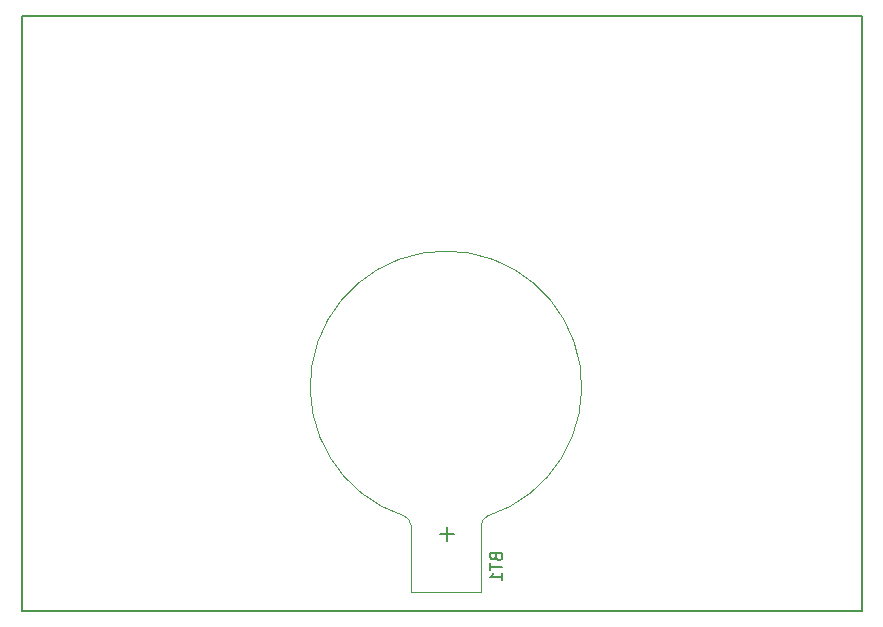
<source format=gbr>
%TF.GenerationSoftware,KiCad,Pcbnew,5.1.5-52549c5~84~ubuntu18.04.1*%
%TF.CreationDate,2020-07-26T00:26:10-03:00*%
%TF.ProjectId,Placa tesis,506c6163-6120-4746-9573-69732e6b6963,rev?*%
%TF.SameCoordinates,Original*%
%TF.FileFunction,Legend,Bot*%
%TF.FilePolarity,Positive*%
%FSLAX46Y46*%
G04 Gerber Fmt 4.6, Leading zero omitted, Abs format (unit mm)*
G04 Created by KiCad (PCBNEW 5.1.5-52549c5~84~ubuntu18.04.1) date 2020-07-26 00:26:10*
%MOMM*%
%LPD*%
G04 APERTURE LIST*
%TA.AperFunction,Profile*%
%ADD10C,0.150000*%
%TD*%
%ADD11C,0.120000*%
%ADD12C,0.150000*%
G04 APERTURE END LIST*
D10*
X82800000Y-91800000D02*
X153900000Y-91800000D01*
X153900000Y-41400000D02*
X153900000Y-91800000D01*
X82800000Y-41400000D02*
X82800000Y-91800000D01*
X82800000Y-41400000D02*
X153900000Y-41400000D01*
D11*
%TO.C,BT1*%
X118745281Y-61304329D02*
G75*
G03X115200000Y-83750000I-45281J-11495671D01*
G01*
X115173616Y-83748246D02*
G75*
G02X115700000Y-84500000I-273616J-751754D01*
G01*
X118654719Y-61304329D02*
G75*
G02X122200000Y-83750000I45281J-11495671D01*
G01*
X122226384Y-83748246D02*
G75*
G03X121700000Y-84500000I273616J-751754D01*
G01*
X121700000Y-90200000D02*
X121700000Y-84500000D01*
X115700000Y-90200000D02*
X121700000Y-90200000D01*
X115700000Y-90200000D02*
X115700000Y-84500000D01*
%TD*%
%TO.C,BT1*%
D12*
X122928571Y-87214285D02*
X122976190Y-87357142D01*
X123023809Y-87404761D01*
X123119047Y-87452380D01*
X123261904Y-87452380D01*
X123357142Y-87404761D01*
X123404761Y-87357142D01*
X123452380Y-87261904D01*
X123452380Y-86880952D01*
X122452380Y-86880952D01*
X122452380Y-87214285D01*
X122500000Y-87309523D01*
X122547619Y-87357142D01*
X122642857Y-87404761D01*
X122738095Y-87404761D01*
X122833333Y-87357142D01*
X122880952Y-87309523D01*
X122928571Y-87214285D01*
X122928571Y-86880952D01*
X122452380Y-87738095D02*
X122452380Y-88309523D01*
X123452380Y-88023809D02*
X122452380Y-88023809D01*
X123452380Y-89166666D02*
X123452380Y-88595238D01*
X123452380Y-88880952D02*
X122452380Y-88880952D01*
X122595238Y-88785714D01*
X122690476Y-88690476D01*
X122738095Y-88595238D01*
X118807142Y-84678571D02*
X118807142Y-85821428D01*
X119378571Y-85250000D02*
X118235714Y-85250000D01*
%TD*%
M02*

</source>
